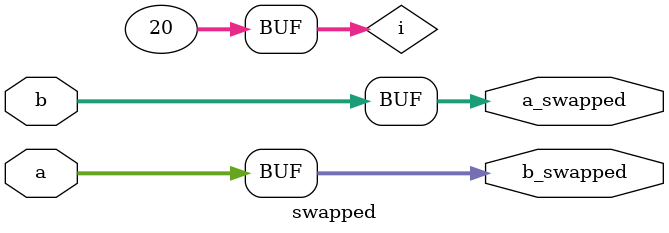
<source format=v>
module swapped(
    input [19:0] a,
    input [19:0] b,
    output reg [19:0] a_swapped,
    output reg [19:0] b_swapped
);

    integer i;

    always @(a or b) begin
        for (i = 0; i < 20; i = i + 1) begin
            a_swapped[i] <= b[i];
            b_swapped[i] <= a[i];
        end
    end

endmodule
</source>
